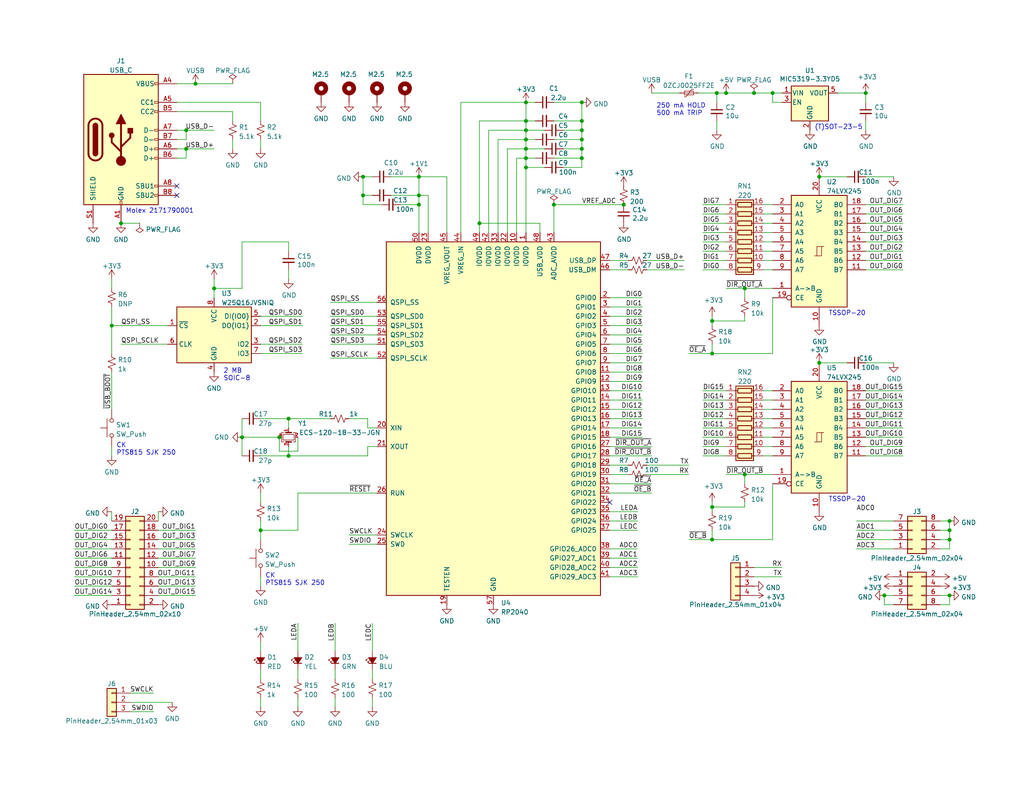
<source format=kicad_sch>
(kicad_sch (version 20211123) (generator eeschema)
  (paper "USLetter")
  (title_block (title "Jackrabbit RP2040 Logic Analyzer") (date "2022-07-24") (rev "A") (comment 2 "Ray Sun") (comment 3 "Brandon Gong") (comment 4 "Brian Cruz"))
  (junction (at 158.75 27.94))
  (junction (at 259.08 144.78))
  (junction (at 71.12 144.78))
  (junction (at 259.08 147.32))
  (junction (at 99.06 53.34))
  (junction (at 114.3 53.34))
  (junction (at 241.3 162.56))
  (junction (at 143.51 45.72))
  (junction (at 198.12 25.4))
  (junction (at 143.51 35.56))
  (junction (at 78.74 114.3))
  (junction (at 223.52 48.26))
  (junction (at 259.08 162.56))
  (junction (at 158.75 38.1))
  (junction (at 203.2 129.54))
  (junction (at 158.75 33.02))
  (junction (at 236.22 25.4))
  (junction (at 194.31 87.63))
  (junction (at 158.75 43.18))
  (junction (at 158.75 35.56))
  (junction (at 194.31 138.43))
  (junction (at 78.74 124.46))
  (junction (at 223.52 99.06))
  (junction (at 143.51 38.1))
  (junction (at 130.81 60.96))
  (junction (at 50.8 40.64))
  (junction (at 143.51 27.94))
  (junction (at 143.51 43.18))
  (junction (at 259.08 142.24))
  (junction (at 143.51 40.64))
  (junction (at 66.04 119.38))
  (junction (at 30.48 88.9))
  (junction (at 194.31 147.32))
  (junction (at 114.3 55.88))
  (junction (at 195.58 25.4))
  (junction (at 203.2 78.74))
  (junction (at 99.06 48.26))
  (junction (at 143.51 33.02))
  (junction (at 210.82 25.4))
  (junction (at 205.74 25.4))
  (junction (at 170.18 55.88))
  (junction (at 76.2 119.38))
  (junction (at 151.13 55.88))
  (junction (at 50.8 35.56))
  (junction (at 158.75 40.64))
  (junction (at 58.42 78.74))
  (junction (at 33.02 60.96))
  (junction (at 194.31 96.52))
  (junction (at 114.3 48.26))
  (junction (at 53.34 22.86))
  (no_connect (at 166.37 137.16))
  (no_connect (at 48.26 50.8))
  (no_connect (at 48.26 53.34))
  (wire (pts (xy 228.6 25.4) (xy 236.22 25.4)))
  (wire (pts (xy 210.82 71.12) (xy 208.28 71.12)))
  (wire (pts (xy 203.2 81.28) (xy 203.2 78.74)))
  (wire (pts (xy 121.92 48.26) (xy 121.92 63.5)))
  (wire (pts (xy 33.02 93.98) (xy 45.72 93.98)))
  (wire (pts (xy 20.32 144.78) (xy 30.48 144.78)))
  (wire (pts (xy 20.32 149.86) (xy 30.48 149.86)))
  (wire (pts (xy 71.12 114.3) (xy 78.74 114.3)))
  (wire (pts (xy 210.82 66.04) (xy 208.28 66.04)))
  (wire (pts (xy 166.37 91.44) (xy 175.26 91.44)))
  (wire (pts (xy 158.75 40.64) (xy 158.75 38.1)))
  (wire (pts (xy 91.44 182.88) (xy 91.44 185.42)))
  (wire (pts (xy 71.12 175.26) (xy 71.12 177.8)))
  (wire (pts (xy 20.32 154.94) (xy 30.48 154.94)))
  (wire (pts (xy 91.44 170.18) (xy 91.44 177.8)))
  (wire (pts (xy 246.38 58.42) (xy 236.22 58.42)))
  (wire (pts (xy 71.12 144.78) (xy 71.12 147.32)))
  (wire (pts (xy 53.34 152.4) (xy 43.18 152.4)))
  (wire (pts (xy 176.53 127) (xy 187.96 127)))
  (wire (pts (xy 78.74 116.84) (xy 78.74 114.3)))
  (wire (pts (xy 241.3 165.1) (xy 243.84 165.1)))
  (wire (pts (xy 63.5 33.02) (xy 63.5 30.48)))
  (wire (pts (xy 133.35 63.5) (xy 133.35 35.56)))
  (wire (pts (xy 210.82 124.46) (xy 208.28 124.46)))
  (wire (pts (xy 205.74 157.48) (xy 213.36 157.48)))
  (wire (pts (xy 78.74 76.2) (xy 78.74 73.66)))
  (wire (pts (xy 143.51 40.64) (xy 148.59 40.64)))
  (wire (pts (xy 246.38 109.22) (xy 236.22 109.22)))
  (wire (pts (xy 194.31 138.43) (xy 203.2 138.43)))
  (wire (pts (xy 166.37 106.68) (xy 175.26 106.68)))
  (wire (pts (xy 33.02 60.96) (xy 38.1 60.96)))
  (wire (pts (xy 20.32 162.56) (xy 30.48 162.56)))
  (wire (pts (xy 203.2 78.74) (xy 210.82 78.74)))
  (wire (pts (xy 166.37 114.3) (xy 175.26 114.3)))
  (wire (pts (xy 71.12 144.78) (xy 81.28 144.78)))
  (wire (pts (xy 166.37 142.24) (xy 173.99 142.24)))
  (wire (pts (xy 143.51 35.56) (xy 148.59 35.56)))
  (wire (pts (xy 114.3 63.5) (xy 114.3 55.88)))
  (wire (pts (xy 203.2 132.08) (xy 203.2 129.54)))
  (wire (pts (xy 203.2 129.54) (xy 210.82 129.54)))
  (wire (pts (xy 71.12 88.9) (xy 82.55 88.9)))
  (wire (pts (xy 66.04 114.3) (xy 66.04 119.38)))
  (wire (pts (xy 166.37 96.52) (xy 175.26 96.52)))
  (wire (pts (xy 90.17 82.55) (xy 102.87 82.55)))
  (wire (pts (xy 151.13 63.5) (xy 151.13 55.88)))
  (wire (pts (xy 198.12 68.58) (xy 191.77 68.58)))
  (wire (pts (xy 246.38 124.46) (xy 236.22 124.46)))
  (wire (pts (xy 143.51 43.18) (xy 140.97 43.18)))
  (wire (pts (xy 66.04 66.04) (xy 66.04 78.74)))
  (wire (pts (xy 130.81 33.02) (xy 143.51 33.02)))
  (wire (pts (xy 195.58 27.94) (xy 195.58 25.4)))
  (wire (pts (xy 246.38 63.5) (xy 236.22 63.5)))
  (wire (pts (xy 194.31 87.63) (xy 194.31 88.9)))
  (wire (pts (xy 176.53 129.54) (xy 187.96 129.54)))
  (wire (pts (xy 101.6 170.18) (xy 101.6 177.8)))
  (wire (pts (xy 143.51 43.18) (xy 143.51 45.72)))
  (wire (pts (xy 53.34 144.78) (xy 43.18 144.78)))
  (wire (pts (xy 30.48 83.82) (xy 30.48 88.9)))
  (wire (pts (xy 48.26 27.94) (xy 71.12 27.94)))
  (wire (pts (xy 246.38 73.66) (xy 236.22 73.66)))
  (wire (pts (xy 125.73 27.94) (xy 143.51 27.94)))
  (wire (pts (xy 104.14 55.88) (xy 99.06 55.88)))
  (wire (pts (xy 203.2 86.36) (xy 203.2 87.63)))
  (wire (pts (xy 166.37 152.4) (xy 173.99 152.4)))
  (wire (pts (xy 53.34 162.56) (xy 43.18 162.56)))
  (wire (pts (xy 146.05 43.18) (xy 143.51 43.18)))
  (wire (pts (xy 35.56 194.31) (xy 41.91 194.31)))
  (wire (pts (xy 143.51 35.56) (xy 143.51 38.1)))
  (wire (pts (xy 236.22 99.06) (xy 243.84 99.06)))
  (wire (pts (xy 130.81 60.96) (xy 147.32 60.96)))
  (wire (pts (xy 63.5 38.1) (xy 63.5 40.64)))
  (wire (pts (xy 210.82 121.92) (xy 208.28 121.92)))
  (wire (pts (xy 151.13 27.94) (xy 158.75 27.94)))
  (wire (pts (xy 153.67 40.64) (xy 158.75 40.64)))
  (wire (pts (xy 210.82 114.3) (xy 208.28 114.3)))
  (wire (pts (xy 166.37 149.86) (xy 173.99 149.86)))
  (wire (pts (xy 100.33 116.84) (xy 100.33 114.3)))
  (wire (pts (xy 81.28 182.88) (xy 81.28 185.42)))
  (wire (pts (xy 233.68 147.32) (xy 243.84 147.32)))
  (wire (pts (xy 158.75 35.56) (xy 158.75 33.02)))
  (wire (pts (xy 246.38 114.3) (xy 236.22 114.3)))
  (wire (pts (xy 100.33 124.46) (xy 100.33 121.92)))
  (wire (pts (xy 210.82 106.68) (xy 208.28 106.68)))
  (wire (pts (xy 166.37 73.66) (xy 171.45 73.66)))
  (wire (pts (xy 246.38 68.58) (xy 236.22 68.58)))
  (wire (pts (xy 166.37 101.6) (xy 175.26 101.6)))
  (wire (pts (xy 81.28 190.5) (xy 81.28 193.04)))
  (wire (pts (xy 53.34 147.32) (xy 43.18 147.32)))
  (wire (pts (xy 48.26 22.86) (xy 53.34 22.86)))
  (wire (pts (xy 66.04 119.38) (xy 66.04 124.46)))
  (wire (pts (xy 20.32 157.48) (xy 30.48 157.48)))
  (wire (pts (xy 114.3 55.88) (xy 114.3 53.34)))
  (wire (pts (xy 99.06 55.88) (xy 99.06 53.34)))
  (wire (pts (xy 166.37 132.08) (xy 177.8 132.08)))
  (wire (pts (xy 194.31 144.78) (xy 194.31 147.32)))
  (wire (pts (xy 210.82 109.22) (xy 208.28 109.22)))
  (wire (pts (xy 101.6 182.88) (xy 101.6 185.42)))
  (wire (pts (xy 30.48 76.2) (xy 30.48 78.74)))
  (wire (pts (xy 101.6 190.5) (xy 101.6 193.04)))
  (wire (pts (xy 99.06 48.26) (xy 99.06 53.34)))
  (wire (pts (xy 143.51 27.94) (xy 143.51 33.02)))
  (wire (pts (xy 198.12 71.12) (xy 191.77 71.12)))
  (wire (pts (xy 130.81 60.96) (xy 130.81 63.5)))
  (wire (pts (xy 198.12 114.3) (xy 191.77 114.3)))
  (wire (pts (xy 166.37 121.92) (xy 177.8 121.92)))
  (wire (pts (xy 256.54 142.24) (xy 259.08 142.24)))
  (wire (pts (xy 194.31 87.63) (xy 203.2 87.63)))
  (wire (pts (xy 194.31 86.36) (xy 194.31 87.63)))
  (wire (pts (xy 198.12 78.74) (xy 203.2 78.74)))
  (wire (pts (xy 166.37 86.36) (xy 175.26 86.36)))
  (wire (pts (xy 151.13 43.18) (xy 158.75 43.18)))
  (wire (pts (xy 30.48 96.52) (xy 30.48 88.9)))
  (wire (pts (xy 153.67 45.72) (xy 158.75 45.72)))
  (wire (pts (xy 90.17 86.36) (xy 102.87 86.36)))
  (wire (pts (xy 53.34 157.48) (xy 43.18 157.48)))
  (wire (pts (xy 198.12 55.88) (xy 191.77 55.88)))
  (wire (pts (xy 71.12 96.52) (xy 82.55 96.52)))
  (wire (pts (xy 48.26 40.64) (xy 50.8 40.64)))
  (wire (pts (xy 109.22 55.88) (xy 114.3 55.88)))
  (wire (pts (xy 187.96 147.32) (xy 194.31 147.32)))
  (wire (pts (xy 194.31 147.32) (xy 210.82 147.32)))
  (wire (pts (xy 236.22 35.56) (xy 236.22 33.02)))
  (wire (pts (xy 166.37 154.94) (xy 173.99 154.94)))
  (wire (pts (xy 71.12 86.36) (xy 82.55 86.36)))
  (wire (pts (xy 198.12 121.92) (xy 191.77 121.92)))
  (wire (pts (xy 246.38 55.88) (xy 236.22 55.88)))
  (wire (pts (xy 210.82 58.42) (xy 208.28 58.42)))
  (wire (pts (xy 53.34 149.86) (xy 43.18 149.86)))
  (wire (pts (xy 138.43 63.5) (xy 138.43 40.64)))
  (wire (pts (xy 194.31 93.98) (xy 194.31 96.52)))
  (wire (pts (xy 236.22 48.26) (xy 243.84 48.26)))
  (wire (pts (xy 143.51 38.1) (xy 143.51 40.64)))
  (wire (pts (xy 176.53 71.12) (xy 186.69 71.12)))
  (wire (pts (xy 210.82 25.4) (xy 213.36 25.4)))
  (wire (pts (xy 210.82 73.66) (xy 208.28 73.66)))
  (wire (pts (xy 50.8 35.56) (xy 50.8 38.1)))
  (wire (pts (xy 95.25 148.59) (xy 102.87 148.59)))
  (wire (pts (xy 256.54 144.78) (xy 259.08 144.78)))
  (wire (pts (xy 130.81 33.02) (xy 130.81 60.96)))
  (wire (pts (xy 76.2 123.19) (xy 76.2 119.38)))
  (wire (pts (xy 223.52 48.26) (xy 231.14 48.26)))
  (wire (pts (xy 30.48 139.7) (xy 30.48 142.24)))
  (wire (pts (xy 78.74 66.04) (xy 66.04 66.04)))
  (wire (pts (xy 166.37 99.06) (xy 175.26 99.06)))
  (wire (pts (xy 210.82 60.96) (xy 208.28 60.96)))
  (wire (pts (xy 166.37 104.14) (xy 175.26 104.14)))
  (wire (pts (xy 71.12 27.94) (xy 71.12 33.02)))
  (wire (pts (xy 198.12 106.68) (xy 191.77 106.68)))
  (wire (pts (xy 90.17 93.98) (xy 102.87 93.98)))
  (wire (pts (xy 256.54 165.1) (xy 259.08 165.1)))
  (wire (pts (xy 125.73 63.5) (xy 125.73 27.94)))
  (wire (pts (xy 143.51 27.94) (xy 146.05 27.94)))
  (wire (pts (xy 166.37 116.84) (xy 175.26 116.84)))
  (wire (pts (xy 256.54 149.86) (xy 259.08 149.86)))
  (wire (pts (xy 101.6 53.34) (xy 99.06 53.34)))
  (wire (pts (xy 116.84 53.34) (xy 114.3 53.34)))
  (wire (pts (xy 246.38 71.12) (xy 236.22 71.12)))
  (wire (pts (xy 194.31 138.43) (xy 194.31 139.7)))
  (wire (pts (xy 166.37 109.22) (xy 175.26 109.22)))
  (wire (pts (xy 143.51 38.1) (xy 135.89 38.1)))
  (wire (pts (xy 143.51 45.72) (xy 148.59 45.72)))
  (wire (pts (xy 90.17 88.9) (xy 102.87 88.9)))
  (wire (pts (xy 151.13 55.88) (xy 170.18 55.88)))
  (wire (pts (xy 166.37 81.28) (xy 175.26 81.28)))
  (wire (pts (xy 30.48 121.92) (xy 30.48 124.46)))
  (wire (pts (xy 223.52 99.06) (xy 231.14 99.06)))
  (wire (pts (xy 198.12 25.4) (xy 205.74 25.4)))
  (wire (pts (xy 78.74 68.58) (xy 78.74 66.04)))
  (wire (pts (xy 151.13 38.1) (xy 158.75 38.1)))
  (wire (pts (xy 210.82 116.84) (xy 208.28 116.84)))
  (wire (pts (xy 210.82 27.94) (xy 210.82 25.4)))
  (wire (pts (xy 143.51 33.02) (xy 143.51 35.56)))
  (wire (pts (xy 66.04 119.38) (xy 76.2 119.38)))
  (wire (pts (xy 133.35 35.56) (xy 143.51 35.56)))
  (wire (pts (xy 233.68 149.86) (xy 243.84 149.86)))
  (wire (pts (xy 143.51 33.02) (xy 146.05 33.02)))
  (wire (pts (xy 166.37 134.62) (xy 177.8 134.62)))
  (wire (pts (xy 48.26 43.18) (xy 50.8 43.18)))
  (wire (pts (xy 194.31 137.16) (xy 194.31 138.43)))
  (wire (pts (xy 53.34 154.94) (xy 43.18 154.94)))
  (wire (pts (xy 147.32 63.5) (xy 147.32 60.96)))
  (wire (pts (xy 166.37 71.12) (xy 171.45 71.12)))
  (wire (pts (xy 190.5 25.4) (xy 195.58 25.4)))
  (wire (pts (xy 95.25 114.3) (xy 100.33 114.3)))
  (wire (pts (xy 158.75 27.94) (xy 158.75 33.02)))
  (wire (pts (xy 166.37 83.82) (xy 175.26 83.82)))
  (wire (pts (xy 198.12 73.66) (xy 191.77 73.66)))
  (wire (pts (xy 138.43 40.64) (xy 143.51 40.64)))
  (wire (pts (xy 259.08 144.78) (xy 259.08 147.32)))
  (wire (pts (xy 198.12 124.46) (xy 191.77 124.46)))
  (wire (pts (xy 48.26 35.56) (xy 50.8 35.56)))
  (wire (pts (xy 53.34 22.86) (xy 63.5 22.86)))
  (wire (pts (xy 48.26 38.1) (xy 50.8 38.1)))
  (wire (pts (xy 81.28 119.38) (xy 81.28 123.19)))
  (wire (pts (xy 205.74 25.4) (xy 210.82 25.4)))
  (wire (pts (xy 259.08 162.56) (xy 259.08 165.1)))
  (wire (pts (xy 66.04 78.74) (xy 58.42 78.74)))
  (wire (pts (xy 20.32 160.02) (xy 30.48 160.02)))
  (wire (pts (xy 50.8 40.64) (xy 58.42 40.64)))
  (wire (pts (xy 143.51 63.5) (xy 143.51 45.72)))
  (wire (pts (xy 58.42 78.74) (xy 58.42 81.28)))
  (wire (pts (xy 177.8 25.4) (xy 185.42 25.4)))
  (wire (pts (xy 135.89 38.1) (xy 135.89 63.5)))
  (wire (pts (xy 205.74 154.94) (xy 213.36 154.94)))
  (wire (pts (xy 194.31 96.52) (xy 210.82 96.52)))
  (wire (pts (xy 166.37 144.78) (xy 173.99 144.78)))
  (wire (pts (xy 246.38 119.38) (xy 236.22 119.38)))
  (wire (pts (xy 166.37 129.54) (xy 171.45 129.54)))
  (wire (pts (xy 158.75 43.18) (xy 158.75 40.64)))
  (wire (pts (xy 91.44 190.5) (xy 91.44 193.04)))
  (wire (pts (xy 198.12 111.76) (xy 191.77 111.76)))
  (wire (pts (xy 81.28 134.62) (xy 102.87 134.62)))
  (wire (pts (xy 236.22 27.94) (xy 236.22 25.4)))
  (wire (pts (xy 90.17 91.44) (xy 102.87 91.44)))
  (wire (pts (xy 71.12 134.62) (xy 71.12 137.16)))
  (wire (pts (xy 106.68 48.26) (xy 114.3 48.26)))
  (wire (pts (xy 210.82 132.08) (xy 210.82 147.32)))
  (wire (pts (xy 210.82 119.38) (xy 208.28 119.38)))
  (wire (pts (xy 153.67 35.56) (xy 158.75 35.56)))
  (wire (pts (xy 166.37 124.46) (xy 177.8 124.46)))
  (wire (pts (xy 243.84 162.56) (xy 241.3 162.56)))
  (wire (pts (xy 99.06 48.26) (xy 101.6 48.26)))
  (wire (pts (xy 100.33 121.92) (xy 102.87 121.92)))
  (wire (pts (xy 20.32 152.4) (xy 30.48 152.4)))
  (wire (pts (xy 95.25 146.05) (xy 102.87 146.05)))
  (wire (pts (xy 166.37 139.7) (xy 173.99 139.7)))
  (wire (pts (xy 176.53 73.66) (xy 186.69 73.66)))
  (wire (pts (xy 78.74 114.3) (xy 90.17 114.3)))
  (wire (pts (xy 210.82 81.28) (xy 210.82 96.52)))
  (wire (pts (xy 151.13 33.02) (xy 158.75 33.02)))
  (wire (pts (xy 48.26 30.48) (xy 63.5 30.48)))
  (wire (pts (xy 71.12 190.5) (xy 71.12 193.04)))
  (wire (pts (xy 198.12 109.22) (xy 191.77 109.22)))
  (wire (pts (xy 20.32 147.32) (xy 30.48 147.32)))
  (wire (pts (xy 233.68 144.78) (xy 243.84 144.78)))
  (wire (pts (xy 198.12 63.5) (xy 191.77 63.5)))
  (wire (pts (xy 233.68 142.24) (xy 243.84 142.24)))
  (wire (pts (xy 256.54 162.56) (xy 259.08 162.56)))
  (wire (pts (xy 256.54 147.32) (xy 259.08 147.32)))
  (wire (pts (xy 81.28 123.19) (xy 76.2 123.19)))
  (wire (pts (xy 198.12 116.84) (xy 191.77 116.84)))
  (wire (pts (xy 210.82 55.88) (xy 208.28 55.88)))
  (wire (pts (xy 198.12 66.04) (xy 191.77 66.04)))
  (wire (pts (xy 166.37 111.76) (xy 175.26 111.76)))
  (wire (pts (xy 35.56 189.23) (xy 41.91 189.23)))
  (wire (pts (xy 198.12 60.96) (xy 191.77 60.96)))
  (wire (pts (xy 143.51 40.64) (xy 143.51 43.18)))
  (wire (pts (xy 30.48 88.9) (xy 45.72 88.9)))
  (wire (pts (xy 158.75 38.1) (xy 158.75 35.56)))
  (wire (pts (xy 53.34 160.02) (xy 43.18 160.02)))
  (wire (pts (xy 166.37 157.48) (xy 173.99 157.48)))
  (wire (pts (xy 198.12 129.54) (xy 203.2 129.54)))
  (wire (pts (xy 246.38 66.04) (xy 236.22 66.04)))
  (wire (pts (xy 246.38 116.84) (xy 236.22 116.84)))
  (wire (pts (xy 246.38 106.68) (xy 236.22 106.68)))
  (wire (pts (xy 198.12 119.38) (xy 191.77 119.38)))
  (wire (pts (xy 114.3 53.34) (xy 106.68 53.34)))
  (wire (pts (xy 210.82 68.58) (xy 208.28 68.58)))
  (wire (pts (xy 195.58 35.56) (xy 195.58 33.02)))
  (wire (pts (xy 116.84 63.5) (xy 116.84 53.34)))
  (wire (pts (xy 259.08 147.32) (xy 259.08 149.86)))
  (wire (pts (xy 43.18 139.7) (xy 43.18 142.24)))
  (wire (pts (xy 58.42 76.2) (xy 58.42 78.74)))
  (wire (pts (xy 166.37 93.98) (xy 175.26 93.98)))
  (wire (pts (xy 198.12 58.42) (xy 191.77 58.42)))
  (wire (pts (xy 114.3 48.26) (xy 121.92 48.26)))
  (wire (pts (xy 71.12 157.48) (xy 71.12 160.02)))
  (wire (pts (xy 140.97 43.18) (xy 140.97 63.5)))
  (wire (pts (xy 195.58 25.4) (xy 198.12 25.4)))
  (wire (pts (xy 102.87 116.84) (xy 100.33 116.84)))
  (wire (pts (xy 166.37 119.38) (xy 175.26 119.38)))
  (wire (pts (xy 114.3 48.26) (xy 114.3 53.34)))
  (wire (pts (xy 246.38 121.92) (xy 236.22 121.92)))
  (wire (pts (xy 246.38 111.76) (xy 236.22 111.76)))
  (wire (pts (xy 71.12 93.98) (xy 82.55 93.98)))
  (wire (pts (xy 78.74 121.92) (xy 78.74 124.46)))
  (wire (pts (xy 241.3 162.56) (xy 241.3 165.1)))
  (wire (pts (xy 210.82 63.5) (xy 208.28 63.5)))
  (wire (pts (xy 246.38 60.96) (xy 236.22 60.96)))
  (wire (pts (xy 71.12 142.24) (xy 71.12 144.78)))
  (wire (pts (xy 203.2 137.16) (xy 203.2 138.43)))
  (wire (pts (xy 259.08 142.24) (xy 259.08 144.78)))
  (wire (pts (xy 50.8 40.64) (xy 50.8 43.18)))
  (wire (pts (xy 166.37 88.9) (xy 175.26 88.9)))
  (wire (pts (xy 81.28 144.78) (xy 81.28 134.62)))
  (wire (pts (xy 146.05 38.1) (xy 143.51 38.1)))
  (wire (pts (xy 158.75 45.72) (xy 158.75 43.18)))
  (wire (pts (xy 78.74 124.46) (xy 100.33 124.46)))
  (wire (pts (xy 81.28 170.18) (xy 81.28 177.8)))
  (wire (pts (xy 35.56 191.77) (xy 46.99 191.77)))
  (wire (pts (xy 213.36 27.94) (xy 210.82 27.94)))
  (wire (pts (xy 30.48 101.6) (xy 30.48 111.76)))
  (wire (pts (xy 210.82 111.76) (xy 208.28 111.76)))
  (wire (pts (xy 50.8 35.56) (xy 58.42 35.56)))
  (wire (pts (xy 90.17 97.79) (xy 102.87 97.79)))
  (wire (pts (xy 166.37 127) (xy 171.45 127)))
  (wire (pts (xy 187.96 96.52) (xy 194.31 96.52)))
  (wire (pts (xy 71.12 182.88) (xy 71.12 185.42)))
  (wire (pts (xy 71.12 38.1) (xy 71.12 40.64)))
  (wire (pts (xy 71.12 124.46) (xy 78.74 124.46)))
  (text "CK\nPTS815 SJK 250" (at 31.75 124.46 0) (effects (font (size 1.27 1.27)) (justify left bottom)))
  (text "2 MB\nSOIC-8" (at 60.96 104.14 0) (effects (font (size 1.27 1.27)) (justify left bottom)))
  (text "Molex 2171790001" (at 34.29 58.42 0) (effects (font (size 1.27 1.27)) (justify left bottom)))
  (text "250 mA HOLD\n500 mA TRIP" (at 179.07 31.75 0) (effects (font (size 1.27 1.27)) (justify left bottom)))
  (text "CK\nPTS815 SJK 250" (at 72.39 160.02 0) (effects (font (size 1.27 1.27)) (justify left bottom)))
  (text "TSSOP-20" (at 226.06 137.16 0) (effects (font (size 1.27 1.27)) (justify left bottom)))
  (text "TSSOP-20" (at 226.06 86.36 0) (effects (font (size 1.27 1.27)) (justify left bottom)))
  (text "(T)SOT-23-5" (at 222.25 35.56 0) (effects (font (size 1.27 1.27)) (justify left bottom)))
  (label "OUT_DIG4" (at 246.38 63.5 180))
  (label "OUT_DIG15" (at 246.38 106.68 180))
  (label "ADC1" (at 233.68 144.78 0))
  (label "OUT_DIG3" (at 246.38 66.04 180))
  (label "OUT_DIG13" (at 246.38 111.76 180))
  (label "OUT_DIG5" (at 246.38 60.96 180))
  (label "QSPI_SD3" (at 82.55 96.52 180))
  (label "OUT_DIG4" (at 20.32 149.86 0))
  (label "DIG5" (at 175.26 93.98 180))
  (label "DIG0" (at 191.77 73.66 0))
  (label "OUT_DIG0" (at 20.32 144.78 0))
  (label "USB_D+" (at 186.69 71.12 180))
  (label "QSPI_SS" (at 33.02 88.9 0))
  (label "OUT_DIG15" (at 53.34 162.56 180))
  (label "DIG6" (at 175.26 96.52 180))
  (label "DIG11" (at 191.77 116.84 0))
  (label "DIG15" (at 175.26 119.38 180))
  (label "OUT_DIG1" (at 246.38 71.12 180))
  (label "OUT_DIG13" (at 53.34 160.02 180))
  (label "DIG3" (at 175.26 88.9 180))
  (label "DIG8" (at 191.77 124.46 0))
  (label "DIG7" (at 175.26 99.06 180))
  (label "DIG2" (at 191.77 68.58 0))
  (label "ADC3" (at 233.68 149.86 0))
  (label "DIG7" (at 191.77 55.88 0))
  (label "LEDB" (at 91.44 170.18 270))
  (label "DIG8" (at 175.26 101.6 180))
  (label "~{DIR_OUT_A}" (at 177.8 121.92 180))
  (label "LEDB" (at 173.99 142.24 180))
  (label "RX" (at 187.96 129.54 180))
  (label "QSPI_SD1" (at 82.55 88.9 180))
  (label "OUT_DIG9" (at 53.34 154.94 180))
  (label "DIG11" (at 175.26 109.22 180))
  (label "QSPI_SD2" (at 90.17 91.44 0))
  (label "OUT_DIG8" (at 20.32 154.94 0))
  (label "ADC2" (at 233.68 147.32 0))
  (label "~{OE_B}" (at 177.8 134.62 180))
  (label "QSPI_SCLK" (at 33.02 93.98 0))
  (label "DIG14" (at 175.26 116.84 180))
  (label "ADC1" (at 173.99 152.4 180))
  (label "DIG9" (at 175.26 104.14 180))
  (label "QSPI_SD0" (at 82.55 86.36 180))
  (label "OUT_DIG10" (at 20.32 157.48 0))
  (label "~{USB_BOOT}" (at 30.48 111.76 90))
  (label "OUT_DIG14" (at 20.32 162.56 0))
  (label "DIG2" (at 175.26 86.36 180))
  (label "OUT_DIG7" (at 53.34 152.4 180))
  (label "DIG10" (at 191.77 119.38 0))
  (label "OUT_DIG14" (at 246.38 109.22 180))
  (label "QSPI_SS" (at 90.17 82.55 0))
  (label "DIG14" (at 191.77 109.22 0))
  (label "LEDC" (at 101.6 170.18 270))
  (label "OUT_DIG11" (at 246.38 116.84 180))
  (label "OUT_DIG12" (at 20.32 160.02 0))
  (label "OUT_DIG7" (at 246.38 55.88 180))
  (label "ADC3" (at 173.99 157.48 180))
  (label "QSPI_SD2" (at 82.55 93.98 180))
  (label "SWDIO" (at 95.25 148.59 0))
  (label "DIG13" (at 175.26 114.3 180))
  (label "DIG4" (at 191.77 63.5 0))
  (label "VREF_ADC" (at 158.75 55.88 0))
  (label "OUT_DIG10" (at 246.38 119.38 180))
  (label "USB_D+" (at 58.42 40.64 180))
  (label "SWDIO" (at 41.91 194.31 180))
  (label "ADC0" (at 173.99 149.86 180))
  (label "RX" (at 213.36 154.94 180))
  (label "OUT_DIG3" (at 53.34 147.32 180))
  (label "~{DIR_OUT_A}" (at 198.12 78.74 0))
  (label "OUT_DIG2" (at 246.38 68.58 180))
  (label "DIG13" (at 191.77 111.76 0))
  (label "DIG9" (at 191.77 121.92 0))
  (label "OUT_DIG1" (at 53.34 144.78 180))
  (label "OUT_DIG9" (at 246.38 121.92 180))
  (label "ADC0" (at 233.68 139.7 0))
  (label "TX" (at 187.96 127 180))
  (label "OUT_DIG8" (at 246.38 124.46 180))
  (label "OUT_DIG0" (at 246.38 73.66 180))
  (label "DIG10" (at 175.26 106.68 180))
  (label "DIG4" (at 175.26 91.44 180))
  (label "USB_D-" (at 58.42 35.56 180))
  (label "LEDC" (at 173.99 144.78 180))
  (label "QSPI_SD3" (at 90.17 93.98 0))
  (label "SWCLK" (at 95.25 146.05 0))
  (label "DIG12" (at 175.26 111.76 180))
  (label "OUT_DIG6" (at 20.32 152.4 0))
  (label "DIG12" (at 191.77 114.3 0))
  (label "SWCLK" (at 41.91 189.23 180))
  (label "~{DIR_OUT_B}" (at 177.8 124.46 180))
  (label "ADC2" (at 173.99 154.94 180))
  (label "QSPI_SD0" (at 90.17 86.36 0))
  (label "~{RESET}" (at 95.25 134.62 0))
  (label "~{DIR_OUT_B}" (at 198.12 129.54 0))
  (label "OUT_DIG11" (at 53.34 157.48 180))
  (label "DIG0" (at 175.26 81.28 180))
  (label "OUT_DIG2" (at 20.32 147.32 0))
  (label "~{OE_A}" (at 187.96 96.52 0))
  (label "~{OE_A}" (at 177.8 132.08 180))
  (label "OUT_DIG12" (at 246.38 114.3 180))
  (label "QSPI_SD1" (at 90.17 88.9 0))
  (label "DIG1" (at 191.77 71.12 0))
  (label "LEDA" (at 81.28 170.18 270))
  (label "TX" (at 213.36 157.48 180))
  (label "DIG5" (at 191.77 60.96 0))
  (label "DIG3" (at 191.77 66.04 0))
  (label "~{OE_B}" (at 187.96 147.32 0))
  (label "DIG15" (at 191.77 106.68 0))
  (label "OUT_DIG6" (at 246.38 58.42 180))
  (label "DIG1" (at 175.26 83.82 180))
  (label "QSPI_SCLK" (at 90.17 97.79 0))
  (label "USB_D-" (at 186.69 73.66 180))
  (label "DIG6" (at 191.77 58.42 0))
  (label "OUT_DIG5" (at 53.34 149.86 180))
  (label "LEDA" (at 173.99 139.7 180))
  (symbol (lib_id "Device:R_Small_US") (at 30.48 81.28 0) (unit 1)
    (property "Reference" "R6" (at 32.131 80.4453 0) (effects (justify left)))
    (property "Value" "DNP" (at 32.131 82.9822 0) (effects (justify left)))
    (property "Footprint" "Resistor_SMD:R_0603_1608Metric_Pad0.98x0.95mm_HandSolder" (effects hide))
  )
  (symbol (lib_id "power:+3V3") (at 143.51 27.94 0) (unit 1)
    (property "Reference" "#PWR05" (effects hide))
    (property "Value" "+3V3" (at 143.51 24.3642 0))
  )
  (symbol (lib_id "Device:R_Small_US") (at 173.99 71.12 90) (unit 1)
    (property "Reference" "R4" (at 170.18 69.85 90))
    (property "Value" "27" (at 176.53 69.85 90))
    (property "Footprint" "Resistor_SMD:R_0603_1608Metric_Pad0.98x0.95mm_HandSolder" (effects hide))
  )
  (symbol (lib_name "LED_Small_Filled_1") (lib_id "Device:LED_Small_Filled") (at 91.44 180.34 90) (unit 1)
    (property "Reference" "D3" (at 93.218 179.4418 90) (effects (justify right)))
    (property "Value" "GRN" (at 93.218 181.9787 90) (effects (justify right)))
    (property "Footprint" "LED_SMD:LED_0805_2012Metric_Pad1.15x1.40mm_HandSolder" (effects hide))
  )
  (symbol (lib_id "Device:C_Small") (at 233.68 48.26 90) (unit 1)
    (property "Reference" "C11" (at 236.22 46.99 90))
    (property "Value" "100n" (at 237.49 49.53 90))
    (property "Footprint" "Capacitor_SMD:C_0603_1608Metric_Pad1.08x0.95mm_HandSolder" (effects hide))
  )
  (symbol (lib_id "Device:R_Small_US") (at 71.12 35.56 0) (unit 1)
    (property "Reference" "R2" (at 72.771 34.7253 0) (effects (justify left)))
    (property "Value" "5.1k" (at 72.771 37.2622 0) (effects (justify left)))
    (property "Footprint" "Resistor_SMD:R_0603_1608Metric_Pad0.98x0.95mm_HandSolder" (effects hide))
  )
  (symbol (lib_id "power:+3V3") (at 71.12 134.62 0) (unit 1)
    (property "Reference" "#PWR033" (effects hide))
    (property "Value" "+3V3" (at 71.12 131.0442 0))
  )
  (symbol (lib_id "Device:R_Small_US") (at 71.12 187.96 0) (unit 1)
    (property "Reference" "R14" (at 72.771 187.1253 0) (effects (justify left)))
    (property "Value" "1k" (at 72.771 189.6622 0) (effects (justify left)))
    (property "Footprint" "Resistor_SMD:R_0603_1608Metric_Pad0.98x0.95mm_HandSolder" (effects hide))
  )
  (symbol (lib_id "power:GND") (at 121.92 165.1 0) (unit 1)
    (property "Reference" "#PWR047" (effects hide))
    (property "Value" "GND" (at 121.92 169.5434 0))
  )
  (symbol (lib_id "74xx:74HC245") (at 223.52 68.58 0) (unit 1)
    (property "Reference" "U2" (at 225.5394 49.6402 0) (effects (justify left)))
    (property "Value" "74LVX245" (at 225.5394 52.1771 0) (effects (justify left)))
    (property "Footprint" "Package_SO:TSSOP-20_4.4x5mm_P0.5mm" (effects hide))
    (property "Datasheet" "https://www.mouser.com/datasheet/2/149/74LCX245-21038.pdf" (effects hide))
  )
  (symbol (lib_id "Device:Polyfuse_Small") (at 187.96 25.4 90) (unit 1)
    (property "Reference" "F1" (at 187.96 20.8112 90))
    (property "Value" "0ZCJ0025FF2E" (at 187.96 23.3481 90))
    (property "Footprint" "Fuse:Fuse_1206_3216Metric_Pad1.42x1.75mm_HandSolder" (effects hide))
    (property "Datasheet" "https://www.mouser.com/datasheet/2/643/ds_CP_0zcj_series-1664160.pdf" (effects hide))
  )
  (symbol (lib_id "Device:C_Small") (at 195.58 30.48 0) (unit 1)
    (property "Reference" "C2" (at 197.9168 29.3116 0) (effects (justify left)))
    (property "Value" "10u" (at 197.9168 31.623 0) (effects (justify left)))
    (property "Footprint" "Capacitor_SMD:C_0805_2012Metric_Pad1.18x1.45mm_HandSolder" (effects hide))
  )
  (symbol (lib_id "74xx:74HC245") (at 223.52 119.38 0) (unit 1)
    (property "Reference" "U5" (at 225.5394 100.4402 0) (effects (justify left)))
    (property "Value" "74LVX245" (at 225.5394 102.9771 0) (effects (justify left)))
    (property "Footprint" "Package_SO:TSSOP-20_4.4x5mm_P0.5mm" (effects hide))
    (property "Datasheet" "https://www.mouser.com/datasheet/2/149/74LCX245-21038.pdf" (effects hide))
  )
  (symbol (lib_id "power:GND") (at 33.02 60.96 0) (unit 1)
    (property "Reference" "#PWR018" (effects hide))
    (property "Value" "GND" (at 33.02 65.4034 0))
  )
  (symbol (lib_id "Memory_Flash:W25Q128JVS") (at 58.42 91.44 0) (unit 1)
    (property "Reference" "U3" (at 60.4394 80.1202 0) (effects (justify left)))
    (property "Value" "W25Q16JVSNIQ" (at 60.4394 82.6571 0) (effects (justify left)))
    (property "Footprint" "Package_SO:SOIC-8_3.9x4.9mm_P1.27mm" (effects hide))
    (property "Datasheet" "https://www.mouser.com/datasheet/2/949/w25q16jv_spi_revg_03222018_plus-1489727.pdf" (effects hide))
  )
  (symbol (lib_id "Device:C_Small") (at 148.59 38.1 90) (unit 1)
    (property "Reference" "C6" (at 153.67 36.83 90))
    (property "Value" "100n" (effects hide))
    (property "Footprint" "Capacitor_SMD:C_0603_1608Metric_Pad1.08x0.95mm_HandSolder" (effects hide))
  )
  (symbol (lib_id "power:GND") (at 87.63 27.94 0) (unit 1)
    (property "Reference" "#PWR023" (effects hide))
    (property "Value" "GND" (at 87.63 32.3834 0))
  )
  (symbol (lib_id "Device:R_Small_US") (at 203.2 83.82 0) (unit 1)
    (property "Reference" "R9" (at 204.851 82.9853 0) (effects (justify left)))
    (property "Value" "10k" (at 204.851 85.5222 0) (effects (justify left)))
    (property "Footprint" "Resistor_SMD:R_0603_1608Metric_Pad0.98x0.95mm_HandSolder" (effects hide))
  )
  (symbol (lib_id "power:GND") (at 259.08 162.56 90) (unit 1)
    (property "Reference" "#PWR040" (effects hide))
    (property "Value" "GND" (at 262.255 162.9938 90) (effects (justify right)))
  )
  (symbol (lib_id "power:GND") (at 30.48 139.7 270) (unit 1)
    (property "Reference" "#PWR0101" (effects hide))
    (property "Value" "GND" (at 27.3051 140.1338 90) (effects (justify right)))
  )
  (symbol (lib_id "power:GND") (at 102.87 27.94 0) (unit 1)
    (property "Reference" "#PWR057" (effects hide))
    (property "Value" "GND" (at 102.87 32.3834 0))
  )
  (symbol (lib_id "power:GND") (at 25.4 60.96 0) (unit 1)
    (property "Reference" "#PWR017" (effects hide))
    (property "Value" "GND" (at 25.4 65.4034 0))
  )
  (symbol (lib_id "power:GND") (at 63.5 40.64 0) (unit 1)
    (property "Reference" "#PWR010" (effects hide))
    (property "Value" "GND" (at 63.5 45.0834 0))
  )
  (symbol (lib_id "power:GND") (at 236.22 35.56 0) (unit 1)
    (property "Reference" "#PWR09" (effects hide))
    (property "Value" "GND" (at 236.347 39.9542 0))
  )
  (symbol (lib_id "Device:C_Small") (at 151.13 45.72 90) (unit 1)
    (property "Reference" "C9" (at 153.67 44.45 90))
    (property "Value" "100n" (at 154.94 46.99 90))
    (property "Footprint" "Capacitor_SMD:C_0603_1608Metric_Pad1.08x0.95mm_HandSolder" (effects hide))
  )
  (symbol (lib_id "power:+1V1") (at 114.3 48.26 0) (unit 1)
    (property "Reference" "#PWR013" (effects hide))
    (property "Value" "+1V1" (at 114.3 44.6842 0))
  )
  (symbol (lib_id "Device:C_Small") (at 78.74 71.12 0) (unit 1)
    (property "Reference" "C15" (at 81.0768 69.9516 0) (effects (justify left)))
    (property "Value" "100n" (at 81.0768 72.263 0) (effects (justify left)))
    (property "Footprint" "Capacitor_SMD:C_0603_1608Metric_Pad1.08x0.95mm_HandSolder" (effects hide))
  )
  (symbol (lib_id "power:GND") (at 243.84 48.26 0) (unit 1)
    (property "Reference" "#PWR016" (effects hide))
    (property "Value" "GND" (at 243.967 52.6542 0))
  )
  (symbol (lib_name "LED_Small_Filled_1") (lib_id "Device:LED_Small_Filled") (at 81.28 180.34 90) (unit 1)
    (property "Reference" "D2" (at 83.058 179.4418 90) (effects (justify right)))
    (property "Value" "YEL" (at 83.058 181.9787 90) (effects (justify right)))
    (property "Footprint" "LED_SMD:LED_0805_2012Metric_Pad1.15x1.40mm_HandSolder" (effects hide))
  )
  (symbol (lib_id "Device:C_Small") (at 68.58 114.3 90) (unit 1)
    (property "Reference" "C17" (at 71.12 113.03 90))
    (property "Value" "27p" (at 72.39 115.57 90))
    (property "Footprint" "Capacitor_SMD:C_0603_1608Metric_Pad1.08x0.95mm_HandSolder" (effects hide))
  )
  (symbol (lib_id "Device:C_Small") (at 68.58 124.46 90) (unit 1)
    (property "Reference" "C18" (at 71.12 123.19 90))
    (property "Value" "27p" (at 72.39 125.73 90))
    (property "Footprint" "Capacitor_SMD:C_0603_1608Metric_Pad1.08x0.95mm_HandSolder" (effects hide))
  )
  (symbol (lib_id "Device:R_Small_US") (at 101.6 187.96 0) (unit 1)
    (property "Reference" "R17" (at 103.251 187.1253 0) (effects (justify left)))
    (property "Value" "100" (at 103.251 189.6622 0) (effects (justify left)))
    (property "Footprint" "Resistor_SMD:R_0603_1608Metric_Pad0.98x0.95mm_HandSolder" (effects hide))
  )
  (symbol (lib_id "Connector_Generic:Conn_02x04_Odd_Even") (at 248.92 147.32 0) (mirror x) (unit 1)
    (property "Reference" "J3" (at 250.19 139.7 0))
    (property "Value" "PinHeader_2.54mm_02x04" (at 250.19 152.4 0))
    (property "Footprint" "Connector_PinHeader_2.54mm:PinHeader_2x04_P2.54mm_Horizontal" (effects hide))
  )
  (symbol (lib_id "Device:C_Small") (at 233.68 99.06 90) (unit 1)
    (property "Reference" "C16" (at 236.22 97.79 90))
    (property "Value" "100n" (at 237.49 100.33 90))
    (property "Footprint" "Capacitor_SMD:C_0603_1608Metric_Pad1.08x0.95mm_HandSolder" (effects hide))
  )
  (symbol (lib_id "Device:C_Small") (at 148.59 27.94 90) (unit 1)
    (property "Reference" "C1" (at 151.13 24.13 90))
    (property "Value" "2.2u" (at 152.4 26.67 90))
    (property "Footprint" "Capacitor_SMD:C_0603_1608Metric_Pad1.08x0.95mm_HandSolder" (effects hide))
  )
  (symbol (lib_id "Connector_Generic:Conn_02x04_Odd_Even") (at 248.92 160.02 0) (unit 1)
    (property "Reference" "J4" (at 250.19 154.94 0))
    (property "Value" "PinHeader_2.54mm_02x04" (at 250.19 167.64 0))
    (property "Footprint" "Connector_PinHeader_2.54mm:PinHeader_2x04_P2.54mm_Horizontal" (effects hide))
  )
  (symbol (lib_id "power:GND") (at 170.18 60.96 0) (unit 1)
    (property "Reference" "#PWR019" (effects hide))
    (property "Value" "GND" (at 170.307 65.3542 0))
  )
  (symbol (lib_id "power:GND") (at 223.52 88.9 0) (unit 1)
    (property "Reference" "#PWR027" (effects hide))
    (property "Value" "GND" (at 223.647 93.2942 0))
  )
  (symbol (lib_id "Device:R_Pack08") (at 203.2 66.04 270) (unit 1)
    (property "Reference" "RN1" (at 203.2 50.8 90))
    (property "Value" "220" (at 203.2 53.34 90))
    (property "Footprint" "Resistor_SMD:R_Array_Convex_8x0602" (effects hide))
  )
  (symbol (lib_id "power:+5V") (at 243.84 157.48 90) (unit 1)
    (property "Reference" "#PWR049" (effects hide))
    (property "Value" "+5V" (at 240.6651 157.9138 90) (effects (justify left)))
  )
  (symbol (lib_id "power:+3V3") (at 30.48 76.2 0) (unit 1)
    (property "Reference" "#PWR020" (effects hide))
    (property "Value" "+3V3" (at 30.48 72.6242 0))
  )
  (symbol (lib_id "jackrabbit:RP2040") (at 134.62 114.3 0) (unit 1)
    (property "Reference" "U4" (at 136.6394 164.5904 0) (effects (justify left)))
    (property "Value" "RP2040" (at 136.6394 167.1273 0) (effects (justify left)))
    (property "Footprint" "jackrabbit:RP2040-QFN-56_HandSoldering" (effects hide))
    (property "Datasheet" "https://datasheets.raspberrypi.com/rp2040/rp2040-datasheet.pdf" (effects hide))
  )
  (symbol (lib_id "power:PWR_FLAG") (at 151.13 55.88 0) (unit 1)
    (property "Reference" "#FLG04" (effects hide))
    (property "Value" "PWR_FLAG" (at 151.13 52.3042 0))
  )
  (symbol (lib_id "Device:C_Small") (at 151.13 35.56 90) (unit 1)
    (property "Reference" "C5" (at 153.67 34.29 90))
    (property "Value" "100n" (effects hide))
    (property "Footprint" "Capacitor_SMD:C_0603_1608Metric_Pad1.08x0.95mm_HandSolder" (effects hide))
  )
  (symbol (lib_id "power:PWR_FLAG") (at 63.5 22.86 0) (unit 1)
    (property "Reference" "#FLG01" (effects hide))
    (property "Value" "PWR_FLAG" (at 63.5 19.2842 0))
  )
  (symbol (lib_id "Device:R_Small_US") (at 91.44 187.96 0) (unit 1)
    (property "Reference" "R16" (at 93.091 187.1253 0) (effects (justify left)))
    (property "Value" "100" (at 93.091 189.6622 0) (effects (justify left)))
    (property "Footprint" "Resistor_SMD:R_0603_1608Metric_Pad0.98x0.95mm_HandSolder" (effects hide))
  )
  (symbol (lib_id "power:GND") (at 46.99 191.77 0) (unit 1)
    (property "Reference" "#PWR052" (effects hide))
    (property "Value" "GND" (at 46.99 196.2134 0))
  )
  (symbol (lib_id "power:+3V3") (at 205.74 162.56 270) (unit 1)
    (property "Reference" "#PWR044" (effects hide))
    (property "Value" "+3V3" (at 208.915 162.9938 90) (effects (justify left)))
  )
  (symbol (lib_id "power:GND") (at 71.12 160.02 0) (unit 1)
    (property "Reference" "#PWR041" (effects hide))
    (property "Value" "GND" (at 71.12 164.4634 0))
  )
  (symbol (lib_id "power:GND") (at 205.74 160.02 90) (unit 1)
    (property "Reference" "#PWR042" (effects hide))
    (property "Value" "GND" (at 208.915 160.4538 90) (effects (justify right)))
  )
  (symbol (lib_id "power:+3V3") (at 236.22 25.4 0) (unit 1)
    (property "Reference" "#PWR04" (effects hide))
    (property "Value" "+3V3" (at 236.601 21.0058 0))
  )
  (symbol (lib_id "jackrabbit:VUSB") (at 177.8 25.4 0) (unit 1)
    (property "Reference" "#PWR02" (effects hide))
    (property "Value" "VUSB" (at 177.8 21.8242 0))
  )
  (symbol (lib_id "power:GND") (at 110.49 27.94 0) (unit 1)
    (property "Reference" "#PWR058" (effects hide))
    (property "Value" "GND" (at 110.49 32.3834 0))
  )
  (symbol (lib_id "power:+3V3") (at 194.31 137.16 0) (unit 1)
    (property "Reference" "#PWR036" (effects hide))
    (property "Value" "+3V3" (at 194.691 132.7658 0))
  )
  (symbol (lib_id "Device:C_Small") (at 104.14 48.26 90) (unit 1)
    (property "Reference" "C10" (at 106.68 44.45 90))
    (property "Value" "2.2u" (at 107.95 46.99 90))
    (property "Footprint" "Capacitor_SMD:C_0603_1608Metric_Pad1.08x0.95mm_HandSolder" (effects hide))
  )
  (symbol (lib_id "Device:R_Small_US") (at 81.28 187.96 0) (unit 1)
    (property "Reference" "R15" (at 82.931 187.1253 0) (effects (justify left)))
    (property "Value" "100" (at 82.931 189.6622 0) (effects (justify left)))
    (property "Footprint" "Resistor_SMD:R_0603_1608Metric_Pad0.98x0.95mm_HandSolder" (effects hide))
  )
  (symbol (lib_id "Device:R_Small_US") (at 71.12 139.7 0) (unit 1)
    (property "Reference" "R13" (at 72.771 138.8653 0) (effects (justify left)))
    (property "Value" "10k" (at 72.771 141.4022 0) (effects (justify left)))
    (property "Footprint" "Resistor_SMD:R_0603_1608Metric_Pad0.98x0.95mm_HandSolder" (effects hide))
  )
  (symbol (lib_name "LED_Small_Filled_1") (lib_id "Device:LED_Small_Filled") (at 101.6 180.34 90) (unit 1)
    (property "Reference" "D4" (at 103.378 179.4418 90) (effects (justify right)))
    (property "Value" "BLU" (at 103.378 181.9787 90) (effects (justify right)))
    (property "Footprint" "LED_SMD:LED_0805_2012Metric_Pad1.15x1.40mm_HandSolder" (effects hide))
  )
  (symbol (lib_id "Device:R_Small_US") (at 203.2 134.62 0) (unit 1)
    (property "Reference" "R12" (at 204.851 133.7853 0) (effects (justify left)))
    (property "Value" "10k" (at 204.851 136.3222 0) (effects (justify left)))
    (property "Footprint" "Resistor_SMD:R_0603_1608Metric_Pad0.98x0.95mm_HandSolder" (effects hide))
  )
  (symbol (lib_id "power:+5V") (at 198.12 25.4 0) (unit 1)
    (property "Reference" "#PWR03" (effects hide))
    (property "Value" "+5V" (at 198.12 21.8242 0))
  )
  (symbol (lib_id "Device:R_Pack08") (at 203.2 116.84 270) (unit 1)
    (property "Reference" "RN2" (at 203.2 101.6 90))
    (property "Value" "220" (at 203.2 104.14 90))
    (property "Footprint" "Resistor_SMD:R_Array_Convex_8x0602" (effects hide))
  )
  (symbol (lib_id "Device:C_Small") (at 148.59 33.02 90) (unit 1)
    (property "Reference" "C4" (at 153.67 31.75 90))
    (property "Value" "100n" (effects hide))
    (property "Footprint" "Capacitor_SMD:C_0603_1608Metric_Pad1.08x0.95mm_HandSolder" (effects hide))
  )
  (symbol (lib_id "Switch:SW_Push") (at 30.48 116.84 90) (unit 1)
    (property "Reference" "SW1" (at 31.623 116.0053 90) (effects (justify right)))
    (property "Value" "SW_Push" (at 31.623 118.5422 90) (effects (justify right)))
    (property "Footprint" "Button_Switch_SMD:SW_Push_1P1T_NO_Vertical_Wuerth_434133025816" (effects hide))
    (property "Datasheet" "https://www.mouser.com/datasheet/2/445/434133025816-2889591.pdf" (effects hide))
  )
  (symbol (lib_id "Mechanical:MountingHole_Pad") (at 95.25 25.4 0) (unit 1)
    (property "Reference" "H2" (effects hide))
    (property "Value" "M2.5" (at 92.71 20.32 0) (effects (justify left)))
    (property "Footprint" "MountingHole:MountingHole_2.7mm_M2.5_Pad_Via" (effects hide))
  )
  (symbol (lib_id "Connector_Generic:Conn_02x10_Odd_Even") (at 35.56 154.94 0) (mirror x) (unit 1)
    (property "Reference" "J2" (at 36.83 139.7 0))
    (property "Value" "PinHeader_2.54mm_02x10" (at 36.83 167.64 0))
    (property "Footprint" "Connector_PinHeader_2.54mm:PinHeader_2x10_P2.54mm_Horizontal" (effects hide))
  )
  (symbol (lib_id "power:GND") (at 223.52 139.7 0) (unit 1)
    (property "Reference" "#PWR037" (effects hide))
    (property "Value" "GND" (at 223.647 144.0942 0))
  )
  (symbol (lib_id "Device:R_Small_US") (at 173.99 129.54 90) (unit 1)
    (property "Reference" "R8" (at 170.18 128.27 90))
    (property "Value" "100" (at 177.8 128.27 90))
    (property "Footprint" "Resistor_SMD:R_0603_1608Metric_Pad0.98x0.95mm_HandSolder" (effects hide))
  )
  (symbol (lib_id "power:PWR_FLAG") (at 38.1 60.96 180) (unit 1)
    (property "Reference" "#FLG02" (effects hide))
    (property "Value" "PWR_FLAG" (at 39.751 62.6638 0) (effects (justify right)))
  )
  (symbol (lib_id "Mechanical:MountingHole_Pad") (at 110.49 25.4 0) (unit 1)
    (property "Reference" "H4" (effects hide))
    (property "Value" "M2.5" (at 107.95 20.32 0) (effects (justify left)))
    (property "Footprint" "MountingHole:MountingHole_2.7mm_M2.5_Pad_Via" (effects hide))
  )
  (symbol (lib_id "power:GND") (at 158.75 27.94 90) (unit 1)
    (property "Reference" "#PWR06" (effects hide))
    (property "Value" "GND" (at 161.925 28.3738 90) (effects (justify right)))
  )
  (symbol (lib_id "power:+3V3") (at 170.18 50.8 0) (unit 1)
    (property "Reference" "#PWR014" (effects hide))
    (property "Value" "+3V3" (at 170.18 47.2242 0))
  )
  (symbol (lib_id "Device:R_Small_US") (at 63.5 35.56 0) (unit 1)
    (property "Reference" "R1" (at 65.151 34.7253 0) (effects (justify left)))
    (property "Value" "5.1k" (at 65.151 37.2622 0) (effects (justify left)))
    (property "Footprint" "Resistor_SMD:R_0603_1608Metric_Pad0.98x0.95mm_HandSolder" (effects hide))
  )
  (symbol (lib_id "power:GND") (at 81.28 193.04 0) (unit 1)
    (property "Reference" "#PWR054" (effects hide))
    (property "Value" "GND" (at 81.28 197.4834 0))
  )
  (symbol (lib_id "power:GND") (at 220.98 35.56 0) (unit 1)
    (property "Reference" "#PWR08" (effects hide))
    (property "Value" "GND" (at 221.107 39.9542 0))
  )
  (symbol (lib_id "power:GND") (at 58.42 101.6 0) (unit 1)
    (property "Reference" "#PWR028" (effects hide))
    (property "Value" "GND" (at 58.42 106.0434 0))
  )
  (symbol (lib_id "power:+3V3") (at 58.42 76.2 0) (unit 1)
    (property "Reference" "#PWR021" (effects hide))
    (property "Value" "+3V3" (at 58.42 72.6242 0))
  )
  (symbol (lib_id "Device:C_Small") (at 106.68 55.88 90) (unit 1)
    (property "Reference" "C13" (at 109.22 54.61 90))
    (property "Value" "100n" (at 110.49 57.15 90))
    (property "Footprint" "Capacitor_SMD:C_0603_1608Metric_Pad1.08x0.95mm_HandSolder" (effects hide))
  )
  (symbol (lib_id "power:GND") (at 195.58 35.56 0) (unit 1)
    (property "Reference" "#PWR07" (effects hide))
    (property "Value" "GND" (at 195.707 39.9542 0))
  )
  (symbol (lib_id "power:GND") (at 78.74 76.2 0) (unit 1)
    (property "Reference" "#PWR022" (effects hide))
    (property "Value" "GND" (at 78.867 80.5942 0))
  )
  (symbol (lib_id "power:+5V") (at 71.12 175.26 0) (unit 1)
    (property "Reference" "#PWR051" (effects hide))
    (property "Value" "+5V" (at 71.12 171.6842 0))
  )
  (symbol (lib_id "Device:R_Small_US") (at 173.99 73.66 90) (unit 1)
    (property "Reference" "R5" (at 170.18 72.39 90))
    (property "Value" "27" (at 176.53 72.39 90))
    (property "Footprint" "Resistor_SMD:R_0603_1608Metric_Pad0.98x0.95mm_HandSolder" (effects hide))
  )
  (symbol (lib_id "power:PWR_FLAG") (at 205.74 25.4 0) (unit 1)
    (property "Reference" "#FLG03" (effects hide))
    (property "Value" "PWR_FLAG" (at 205.74 21.8242 0))
  )
  (symbol (lib_id "Connector:USB_C_Receptacle_USB2.0") (at 33.02 38.1 0) (unit 1)
    (property "Reference" "J1" (at 33.02 16.6202 0))
    (property "Value" "USB_C" (at 33.02 19.1571 0))
    (property "Footprint" "jackrabbit:USB_C_Receptacle_Molex_2171790001" (effects hide))
    (property "Datasheet" "https://www.molex.com/pdm_docs/sd/2171790001_sd.pdf" (effects hide))
  )
  (symbol (lib_id "Device:R_Small_US") (at 30.48 99.06 0) (unit 1)
    (property "Reference" "R10" (at 32.131 98.2253 0) (effects (justify left)))
    (property "Value" "1k" (at 32.131 100.7622 0) (effects (justify left)))
    (property "Footprint" "Resistor_SMD:R_0603_1608Metric_Pad0.98x0.95mm_HandSolder" (effects hide))
  )
  (symbol (lib_id "power:+3V3") (at 256.54 160.02 270) (unit 1)
    (property "Reference" "#PWR046" (effects hide))
    (property "Value" "+3V3" (at 259.715 160.4538 90) (effects (justify left)))
  )
  (symbol (lib_id "power:GND") (at 259.08 142.24 90) (unit 1)
    (property "Reference" "#PWR038" (effects hide))
    (property "Value" "GND" (at 262.255 142.6738 90) (effects (justify right)))
  )
  (symbol (lib_id "Connector_Generic:Conn_01x03") (at 30.48 191.77 0) (mirror y) (unit 1)
    (property "Reference" "J6" (at 30.48 186.69 0))
    (property "Value" "PinHeader_2.54mm_01x03" (at 30.48 196.85 0))
    (property "Footprint" "Connector_PinHeader_2.54mm:PinHeader_1x03_P2.54mm_Vertical" (effects hide))
  )
  (symbol (lib_id "power:+3V3") (at 243.84 160.02 90) (unit 1)
    (property "Reference" "#PWR045" (effects hide))
    (property "Value" "+3V3" (at 240.665 160.4538 90) (effects (justify left)))
  )
  (symbol (lib_id "Device:Crystal_GND24_Small") (at 78.74 119.38 90) (mirror x) (unit 1)
    (property "Reference" "Y1" (at 82.55 115.57 90))
    (property "Value" "ECS-120-18-33-JGN" (at 92.71 118.11 90))
    (property "Footprint" "Crystal:Crystal_SMD_SeikoEpson_FA238-4Pin_3.2x2.5mm" (effects hide))
    (property "Datasheet" "https://www.mouser.com/datasheet/2/122/ecx_32-1888651.pdf" (effects hide))
  )
  (symbol (lib_id "power:GND") (at 99.06 48.26 270) (unit 1)
    (property "Reference" "#PWR012" (effects hide))
    (property "Value" "GND" (at 95.8851 48.6938 90) (effects (justify right)))
  )
  (symbol (lib_id "Device:R_Small_US") (at 194.31 91.44 0) (unit 1)
    (property "Reference" "R18" (at 195.961 90.6053 0) (effects (justify left)))
    (property "Value" "10k" (at 195.961 93.1422 0) (effects (justify left)))
    (property "Footprint" "Resistor_SMD:R_0603_1608Metric_Pad0.98x0.95mm_HandSolder" (effects hide))
  )
  (symbol (lib_id "Mechanical:MountingHole_Pad") (at 102.87 25.4 0) (unit 1)
    (property "Reference" "H3" (effects hide))
    (property "Value" "M2.5" (at 100.33 20.32 0) (effects (justify left)))
    (property "Footprint" "MountingHole:MountingHole_2.7mm_M2.5_Pad_Via" (effects hide))
  )
  (symbol (lib_id "power:GND") (at 71.12 40.64 0) (unit 1)
    (property "Reference" "#PWR011" (effects hide))
    (property "Value" "GND" (at 71.12 45.0834 0))
  )
  (symbol (lib_id "power:GND") (at 30.48 165.1 270) (unit 1)
    (property "Reference" "#PWR0103" (effects hide))
    (property "Value" "GND" (at 27.3051 165.5338 90) (effects (justify right)))
  )
  (symbol (lib_id "Connector_Generic:Conn_01x04") (at 200.66 157.48 0) (mirror y) (unit 1)
    (property "Reference" "J5" (at 200.66 152.4 0))
    (property "Value" "PinHeader_2.54mm_01x04" (at 200.66 165.1 0))
    (property "Footprint" "Connector_PinHeader_2.54mm:PinHeader_1x04_P2.54mm_Vertical" (effects hide))
    (property "Datasheet" "https://www.mouser.com/datasheet/2/737/4208_Kaweei_C13396_diagram-2490269.pdf" (effects hide))
  )
  (symbol (lib_id "power:GND") (at 91.44 193.04 0) (unit 1)
    (property "Reference" "#PWR055" (effects hide))
    (property "Value" "GND" (at 91.44 197.4834 0))
  )
  (symbol (lib_name "LED_Small_Filled_1") (lib_id "Device:LED_Small_Filled") (at 71.12 180.34 90) (unit 1)
    (property "Reference" "D1" (at 72.898 179.4418 90) (effects (justify right)))
    (property "Value" "RED" (at 72.898 181.9787 90) (effects (justify right)))
    (property "Footprint" "LED_SMD:LED_0805_2012Metric_Pad1.15x1.40mm_HandSolder" (effects hide))
  )
  (symbol (lib_id "Device:C_Small") (at 104.14 53.34 90) (unit 1)
    (property "Reference" "C12" (at 109.22 52.07 90))
    (property "Value" "100n" (effects hide))
    (property "Footprint" "Capacitor_SMD:C_0603_1608Metric_Pad1.08x0.95mm_HandSolder" (effects hide))
  )
  (symbol (lib_id "Device:C_Small") (at 151.13 40.64 90) (unit 1)
    (property "Reference" "C7" (at 153.67 39.37 90))
    (property "Value" "100n" (effects hide))
    (property "Footprint" "Capacitor_SMD:C_0603_1608Metric_Pad1.08x0.95mm_HandSolder" (effects hide))
  )
  (symbol (lib_id "Device:R_Small_US") (at 173.99 127 90) (unit 1)
    (property "Reference" "R7" (at 170.18 125.73 90))
    (property "Value" "100" (at 177.8 125.73 90))
    (property "Footprint" "Resistor_SMD:R_0603_1608Metric_Pad0.98x0.95mm_HandSolder" (effects hide))
  )
  (symbol (lib_id "Mechanical:MountingHole_Pad") (at 87.63 25.4 0) (unit 1)
    (property "Reference" "H1" (effects hide))
    (property "Value" "M2.5" (at 85.09 20.32 0) (effects (justify left)))
    (property "Footprint" "MountingHole:MountingHole_2.7mm_M2.5_Pad_Via" (effects hide))
  )
  (symbol (lib_id "power:GND") (at 243.84 99.06 0) (unit 1)
    (property "Reference" "#PWR030" (effects hide))
    (property "Value" "GND" (at 243.967 103.4542 0))
  )
  (symbol (lib_id "power:GND") (at 71.12 193.04 0) (unit 1)
    (property "Reference" "#PWR053" (effects hide))
    (property "Value" "GND" (at 71.12 197.4834 0))
  )
  (symbol (lib_id "power:GND") (at 30.48 124.46 0) (unit 1)
    (property "Reference" "#PWR032" (effects hide))
    (property "Value" "GND" (at 30.48 128.9034 0))
  )
  (symbol (lib_id "Switch:SW_Push") (at 71.12 152.4 90) (unit 1)
    (property "Reference" "SW2" (at 72.263 151.5653 90) (effects (justify right)))
    (property "Value" "SW_Push" (at 72.263 154.1022 90) (effects (justify right)))
    (property "Footprint" "Button_Switch_SMD:SW_Push_1P1T_NO_Vertical_Wuerth_434133025816" (effects hide))
    (property "Datasheet" "https://www.mouser.com/datasheet/2/445/434133025816-2889591.pdf" (effects hide))
  )
  (symbol (lib_id "power:GND") (at 66.04 119.38 270) (unit 1)
    (property "Reference" "#PWR031" (effects hide))
    (property "Value" "GND" (at 58.42 119.38 90) (effects (justify left)))
  )
  (symbol (lib_id "power:GND") (at 43.18 139.7 90) (unit 1)
    (property "Reference" "#PWR034" (effects hide))
    (property "Value" "GND" (at 46.355 140.1338 90) (effects (justify right)))
  )
  (symbol (lib_id "Device:C_Small") (at 236.22 30.48 0) (unit 1)
    (property "Reference" "C3" (at 238.5568 29.3116 0) (effects (justify left)))
    (property "Value" "10u" (at 238.5568 31.623 0) (effects (justify left)))
    (property "Footprint" "Capacitor_SMD:C_0805_2012Metric_Pad1.18x1.45mm_HandSolder" (effects hide))
  )
  (symbol (lib_id "power:GND") (at 43.18 165.1 90) (unit 1)
    (property "Reference" "#PWR0102" (effects hide))
    (property "Value" "GND" (at 46.355 165.5338 90) (effects (justify right)))
  )
  (symbol (lib_id "power:GND") (at 101.6 193.04 0) (unit 1)
    (property "Reference" "#PWR056" (effects hide))
    (property "Value" "GND" (at 101.6 197.4834 0))
  )
  (symbol (lib_id "Device:R_Small_US") (at 170.18 53.34 0) (unit 1)
    (property "Reference" "R3" (at 171.831 52.5053 0) (effects (justify left)))
    (property "Value" "200" (at 171.831 55.0422 0) (effects (justify left)))
    (property "Footprint" "Resistor_SMD:R_0603_1608Metric_Pad0.98x0.95mm_HandSolder" (effects hide))
  )
  (symbol (lib_id "power:+5V") (at 256.54 157.48 270) (unit 1)
    (property "Reference" "#PWR050" (effects hide))
    (property "Value" "+5V" (at 259.715 157.9138 90) (effects (justify left)))
  )
  (symbol (lib_id "power:+3V3") (at 223.52 48.26 0) (unit 1)
    (property "Reference" "#PWR015" (effects hide))
    (property "Value" "+3V3" (at 223.52 44.6842 0))
  )
  (symbol (lib_id "power:GND") (at 241.3 162.56 270) (unit 1)
    (property "Reference" "#PWR039" (effects hide))
    (property "Value" "GND" (at 238.1251 162.9938 90) (effects (justify right)))
  )
  (symbol (lib_id "Device:R_Small_US") (at 92.71 114.3 90) (unit 1)
    (property "Reference" "R11" (at 88.9 113.03 90))
    (property "Value" "1k" (at 96.52 113.03 90))
    (property "Footprint" "Resistor_SMD:R_0603_1608Metric_Pad0.98x0.95mm_HandSolder" (effects hide))
  )
  (symbol (lib_id "jackrabbit:VUSB") (at 53.34 22.86 0) (unit 1)
    (property "Reference" "#PWR01" (effects hide))
    (property "Value" "VUSB" (at 53.34 19.2842 0))
  )
  (symbol (lib_id "power:GND") (at 134.62 165.1 0) (unit 1)
    (property "Reference" "#PWR048" (effects hide))
    (property "Value" "GND" (at 134.62 169.5434 0))
  )
  (symbol (lib_id "Device:R_Small_US") (at 194.31 142.24 0) (unit 1)
    (property "Reference" "R19" (at 195.961 141.4053 0) (effects (justify left)))
    (property "Value" "10k" (at 195.961 143.9422 0) (effects (justify left)))
    (property "Footprint" "Resistor_SMD:R_0603_1608Metric_Pad0.98x0.95mm_HandSolder" (effects hide))
  )
  (symbol (lib_id "Device:C_Small") (at 170.18 58.42 0) (unit 1)
    (property "Reference" "C14" (at 172.5168 57.2516 0) (effects (justify left)))
    (property "Value" "2.2u" (at 172.5168 59.563 0) (effects (justify left)))
    (property "Footprint" "Capacitor_SMD:C_0603_1608Metric_Pad1.08x0.95mm_HandSolder" (effects hide))
  )
  (symbol (lib_id "power:+3V3") (at 194.31 86.36 0) (unit 1)
    (property "Reference" "#PWR026" (effects hide))
    (property "Value" "+3V3" (at 194.691 81.9658 0))
  )
  (symbol (lib_id "power:+3V3") (at 223.52 99.06 0) (unit 1)
    (property "Reference" "#PWR029" (effects hide))
    (property "Value" "+3V3" (at 223.52 95.4842 0))
  )
  (symbol (lib_id "power:GND") (at 95.25 27.94 0) (unit 1)
    (property "Reference" "#PWR024" (effects hide))
    (property "Value" "GND" (at 95.25 32.3834 0))
  )
  (symbol (lib_id "Regulator_Linear:AP2127K-3.3") (at 220.98 27.94 0) (unit 1)
    (property "Reference" "U1" (at 220.98 19.2532 0))
    (property "Value" "MIC5319-3.3YD5" (at 220.98 21.5646 0))
    (property "Footprint" "Package_TO_SOT_SMD:SOT-23-5" (effects hide))
    (property "Datasheet" "https://www.mouser.com/datasheet/2/268/500mA_uCap_Ultra_Low_Dropout_Regulator_with_High_P-1890862.pdf" (effects hide))
  )
  (symbol (lib_id "Device:C_Small") (at 148.59 43.18 90) (unit 1)
    (property "Reference" "C8" (at 153.67 41.91 90))
    (property "Value" "100n" (effects hide))
    (property "Footprint" "Capacitor_SMD:C_0603_1608Metric_Pad1.08x0.95mm_HandSolder" (effects hide))
  )
)
</source>
